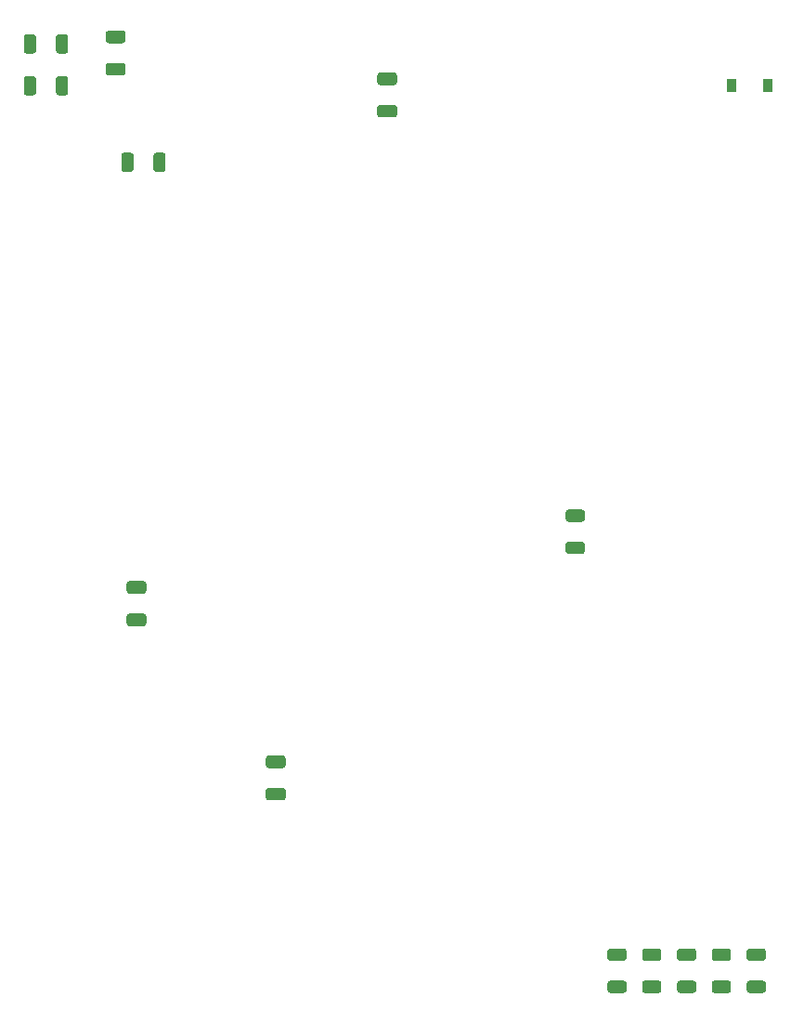
<source format=gbr>
%TF.GenerationSoftware,KiCad,Pcbnew,(5.1.9)-1*%
%TF.CreationDate,2021-10-24T18:26:44+08:00*%
%TF.ProjectId,XTA-35-TH,5854412d-3335-42d5-9448-2e6b69636164,rev?*%
%TF.SameCoordinates,Original*%
%TF.FileFunction,Paste,Top*%
%TF.FilePolarity,Positive*%
%FSLAX46Y46*%
G04 Gerber Fmt 4.6, Leading zero omitted, Abs format (unit mm)*
G04 Created by KiCad (PCBNEW (5.1.9)-1) date 2021-10-24 18:26:44*
%MOMM*%
%LPD*%
G01*
G04 APERTURE LIST*
%ADD10R,0.900000X1.200000*%
G04 APERTURE END LIST*
D10*
%TO.C,D1*%
X231520000Y-41910000D03*
X228220000Y-41910000D03*
%TD*%
%TO.C,C2*%
G36*
G01*
X196199999Y-43650000D02*
X197500001Y-43650000D01*
G75*
G02*
X197750000Y-43899999I0J-249999D01*
G01*
X197750000Y-44550001D01*
G75*
G02*
X197500001Y-44800000I-249999J0D01*
G01*
X196199999Y-44800000D01*
G75*
G02*
X195950000Y-44550001I0J249999D01*
G01*
X195950000Y-43899999D01*
G75*
G02*
X196199999Y-43650000I249999J0D01*
G01*
G37*
G36*
G01*
X196199999Y-40700000D02*
X197500001Y-40700000D01*
G75*
G02*
X197750000Y-40949999I0J-249999D01*
G01*
X197750000Y-41600001D01*
G75*
G02*
X197500001Y-41850000I-249999J0D01*
G01*
X196199999Y-41850000D01*
G75*
G02*
X195950000Y-41600001I0J249999D01*
G01*
X195950000Y-40949999D01*
G75*
G02*
X196199999Y-40700000I249999J0D01*
G01*
G37*
%TD*%
%TO.C,C1*%
G36*
G01*
X173339999Y-90005000D02*
X174640001Y-90005000D01*
G75*
G02*
X174890000Y-90254999I0J-249999D01*
G01*
X174890000Y-90905001D01*
G75*
G02*
X174640001Y-91155000I-249999J0D01*
G01*
X173339999Y-91155000D01*
G75*
G02*
X173090000Y-90905001I0J249999D01*
G01*
X173090000Y-90254999D01*
G75*
G02*
X173339999Y-90005000I249999J0D01*
G01*
G37*
G36*
G01*
X173339999Y-87055000D02*
X174640001Y-87055000D01*
G75*
G02*
X174890000Y-87304999I0J-249999D01*
G01*
X174890000Y-87955001D01*
G75*
G02*
X174640001Y-88205000I-249999J0D01*
G01*
X173339999Y-88205000D01*
G75*
G02*
X173090000Y-87955001I0J249999D01*
G01*
X173090000Y-87304999D01*
G75*
G02*
X173339999Y-87055000I249999J0D01*
G01*
G37*
%TD*%
%TO.C,C4*%
G36*
G01*
X186039999Y-105880000D02*
X187340001Y-105880000D01*
G75*
G02*
X187590000Y-106129999I0J-249999D01*
G01*
X187590000Y-106780001D01*
G75*
G02*
X187340001Y-107030000I-249999J0D01*
G01*
X186039999Y-107030000D01*
G75*
G02*
X185790000Y-106780001I0J249999D01*
G01*
X185790000Y-106129999D01*
G75*
G02*
X186039999Y-105880000I249999J0D01*
G01*
G37*
G36*
G01*
X186039999Y-102930000D02*
X187340001Y-102930000D01*
G75*
G02*
X187590000Y-103179999I0J-249999D01*
G01*
X187590000Y-103830001D01*
G75*
G02*
X187340001Y-104080000I-249999J0D01*
G01*
X186039999Y-104080000D01*
G75*
G02*
X185790000Y-103830001I0J249999D01*
G01*
X185790000Y-103179999D01*
G75*
G02*
X186039999Y-102930000I249999J0D01*
G01*
G37*
%TD*%
%TO.C,C3*%
G36*
G01*
X171434999Y-39840000D02*
X172735001Y-39840000D01*
G75*
G02*
X172985000Y-40089999I0J-249999D01*
G01*
X172985000Y-40740001D01*
G75*
G02*
X172735001Y-40990000I-249999J0D01*
G01*
X171434999Y-40990000D01*
G75*
G02*
X171185000Y-40740001I0J249999D01*
G01*
X171185000Y-40089999D01*
G75*
G02*
X171434999Y-39840000I249999J0D01*
G01*
G37*
G36*
G01*
X171434999Y-36890000D02*
X172735001Y-36890000D01*
G75*
G02*
X172985000Y-37139999I0J-249999D01*
G01*
X172985000Y-37790001D01*
G75*
G02*
X172735001Y-38040000I-249999J0D01*
G01*
X171434999Y-38040000D01*
G75*
G02*
X171185000Y-37790001I0J249999D01*
G01*
X171185000Y-37139999D01*
G75*
G02*
X171434999Y-36890000I249999J0D01*
G01*
G37*
%TD*%
%TO.C,R4*%
G36*
G01*
X173725000Y-48269999D02*
X173725000Y-49520001D01*
G75*
G02*
X173475001Y-49770000I-249999J0D01*
G01*
X172849999Y-49770000D01*
G75*
G02*
X172600000Y-49520001I0J249999D01*
G01*
X172600000Y-48269999D01*
G75*
G02*
X172849999Y-48020000I249999J0D01*
G01*
X173475001Y-48020000D01*
G75*
G02*
X173725000Y-48269999I0J-249999D01*
G01*
G37*
G36*
G01*
X176650000Y-48269999D02*
X176650000Y-49520001D01*
G75*
G02*
X176400001Y-49770000I-249999J0D01*
G01*
X175774999Y-49770000D01*
G75*
G02*
X175525000Y-49520001I0J249999D01*
G01*
X175525000Y-48269999D01*
G75*
G02*
X175774999Y-48020000I249999J0D01*
G01*
X176400001Y-48020000D01*
G75*
G02*
X176650000Y-48269999I0J-249999D01*
G01*
G37*
%TD*%
%TO.C,R3*%
G36*
G01*
X213369999Y-83450000D02*
X214620001Y-83450000D01*
G75*
G02*
X214870000Y-83699999I0J-249999D01*
G01*
X214870000Y-84325001D01*
G75*
G02*
X214620001Y-84575000I-249999J0D01*
G01*
X213369999Y-84575000D01*
G75*
G02*
X213120000Y-84325001I0J249999D01*
G01*
X213120000Y-83699999D01*
G75*
G02*
X213369999Y-83450000I249999J0D01*
G01*
G37*
G36*
G01*
X213369999Y-80525000D02*
X214620001Y-80525000D01*
G75*
G02*
X214870000Y-80774999I0J-249999D01*
G01*
X214870000Y-81400001D01*
G75*
G02*
X214620001Y-81650000I-249999J0D01*
G01*
X213369999Y-81650000D01*
G75*
G02*
X213120000Y-81400001I0J249999D01*
G01*
X213120000Y-80774999D01*
G75*
G02*
X213369999Y-80525000I249999J0D01*
G01*
G37*
%TD*%
%TO.C,R2*%
G36*
G01*
X164835000Y-37474999D02*
X164835000Y-38725001D01*
G75*
G02*
X164585001Y-38975000I-249999J0D01*
G01*
X163959999Y-38975000D01*
G75*
G02*
X163710000Y-38725001I0J249999D01*
G01*
X163710000Y-37474999D01*
G75*
G02*
X163959999Y-37225000I249999J0D01*
G01*
X164585001Y-37225000D01*
G75*
G02*
X164835000Y-37474999I0J-249999D01*
G01*
G37*
G36*
G01*
X167760000Y-37474999D02*
X167760000Y-38725001D01*
G75*
G02*
X167510001Y-38975000I-249999J0D01*
G01*
X166884999Y-38975000D01*
G75*
G02*
X166635000Y-38725001I0J249999D01*
G01*
X166635000Y-37474999D01*
G75*
G02*
X166884999Y-37225000I249999J0D01*
G01*
X167510001Y-37225000D01*
G75*
G02*
X167760000Y-37474999I0J-249999D01*
G01*
G37*
%TD*%
%TO.C,R1*%
G36*
G01*
X166635000Y-42535001D02*
X166635000Y-41284999D01*
G75*
G02*
X166884999Y-41035000I249999J0D01*
G01*
X167510001Y-41035000D01*
G75*
G02*
X167760000Y-41284999I0J-249999D01*
G01*
X167760000Y-42535001D01*
G75*
G02*
X167510001Y-42785000I-249999J0D01*
G01*
X166884999Y-42785000D01*
G75*
G02*
X166635000Y-42535001I0J249999D01*
G01*
G37*
G36*
G01*
X163710000Y-42535001D02*
X163710000Y-41284999D01*
G75*
G02*
X163959999Y-41035000I249999J0D01*
G01*
X164585001Y-41035000D01*
G75*
G02*
X164835000Y-41284999I0J-249999D01*
G01*
X164835000Y-42535001D01*
G75*
G02*
X164585001Y-42785000I-249999J0D01*
G01*
X163959999Y-42785000D01*
G75*
G02*
X163710000Y-42535001I0J249999D01*
G01*
G37*
%TD*%
%TO.C,R9*%
G36*
G01*
X229879999Y-123455000D02*
X231130001Y-123455000D01*
G75*
G02*
X231380000Y-123704999I0J-249999D01*
G01*
X231380000Y-124330001D01*
G75*
G02*
X231130001Y-124580000I-249999J0D01*
G01*
X229879999Y-124580000D01*
G75*
G02*
X229630000Y-124330001I0J249999D01*
G01*
X229630000Y-123704999D01*
G75*
G02*
X229879999Y-123455000I249999J0D01*
G01*
G37*
G36*
G01*
X229879999Y-120530000D02*
X231130001Y-120530000D01*
G75*
G02*
X231380000Y-120779999I0J-249999D01*
G01*
X231380000Y-121405001D01*
G75*
G02*
X231130001Y-121655000I-249999J0D01*
G01*
X229879999Y-121655000D01*
G75*
G02*
X229630000Y-121405001I0J249999D01*
G01*
X229630000Y-120779999D01*
G75*
G02*
X229879999Y-120530000I249999J0D01*
G01*
G37*
%TD*%
%TO.C,R5*%
G36*
G01*
X217179999Y-123455000D02*
X218430001Y-123455000D01*
G75*
G02*
X218680000Y-123704999I0J-249999D01*
G01*
X218680000Y-124330001D01*
G75*
G02*
X218430001Y-124580000I-249999J0D01*
G01*
X217179999Y-124580000D01*
G75*
G02*
X216930000Y-124330001I0J249999D01*
G01*
X216930000Y-123704999D01*
G75*
G02*
X217179999Y-123455000I249999J0D01*
G01*
G37*
G36*
G01*
X217179999Y-120530000D02*
X218430001Y-120530000D01*
G75*
G02*
X218680000Y-120779999I0J-249999D01*
G01*
X218680000Y-121405001D01*
G75*
G02*
X218430001Y-121655000I-249999J0D01*
G01*
X217179999Y-121655000D01*
G75*
G02*
X216930000Y-121405001I0J249999D01*
G01*
X216930000Y-120779999D01*
G75*
G02*
X217179999Y-120530000I249999J0D01*
G01*
G37*
%TD*%
%TO.C,R7*%
G36*
G01*
X223529999Y-123455000D02*
X224780001Y-123455000D01*
G75*
G02*
X225030000Y-123704999I0J-249999D01*
G01*
X225030000Y-124330001D01*
G75*
G02*
X224780001Y-124580000I-249999J0D01*
G01*
X223529999Y-124580000D01*
G75*
G02*
X223280000Y-124330001I0J249999D01*
G01*
X223280000Y-123704999D01*
G75*
G02*
X223529999Y-123455000I249999J0D01*
G01*
G37*
G36*
G01*
X223529999Y-120530000D02*
X224780001Y-120530000D01*
G75*
G02*
X225030000Y-120779999I0J-249999D01*
G01*
X225030000Y-121405001D01*
G75*
G02*
X224780001Y-121655000I-249999J0D01*
G01*
X223529999Y-121655000D01*
G75*
G02*
X223280000Y-121405001I0J249999D01*
G01*
X223280000Y-120779999D01*
G75*
G02*
X223529999Y-120530000I249999J0D01*
G01*
G37*
%TD*%
%TO.C,R6*%
G36*
G01*
X220354999Y-123455000D02*
X221605001Y-123455000D01*
G75*
G02*
X221855000Y-123704999I0J-249999D01*
G01*
X221855000Y-124330001D01*
G75*
G02*
X221605001Y-124580000I-249999J0D01*
G01*
X220354999Y-124580000D01*
G75*
G02*
X220105000Y-124330001I0J249999D01*
G01*
X220105000Y-123704999D01*
G75*
G02*
X220354999Y-123455000I249999J0D01*
G01*
G37*
G36*
G01*
X220354999Y-120530000D02*
X221605001Y-120530000D01*
G75*
G02*
X221855000Y-120779999I0J-249999D01*
G01*
X221855000Y-121405001D01*
G75*
G02*
X221605001Y-121655000I-249999J0D01*
G01*
X220354999Y-121655000D01*
G75*
G02*
X220105000Y-121405001I0J249999D01*
G01*
X220105000Y-120779999D01*
G75*
G02*
X220354999Y-120530000I249999J0D01*
G01*
G37*
%TD*%
%TO.C,R8*%
G36*
G01*
X226704999Y-123455000D02*
X227955001Y-123455000D01*
G75*
G02*
X228205000Y-123704999I0J-249999D01*
G01*
X228205000Y-124330001D01*
G75*
G02*
X227955001Y-124580000I-249999J0D01*
G01*
X226704999Y-124580000D01*
G75*
G02*
X226455000Y-124330001I0J249999D01*
G01*
X226455000Y-123704999D01*
G75*
G02*
X226704999Y-123455000I249999J0D01*
G01*
G37*
G36*
G01*
X226704999Y-120530000D02*
X227955001Y-120530000D01*
G75*
G02*
X228205000Y-120779999I0J-249999D01*
G01*
X228205000Y-121405001D01*
G75*
G02*
X227955001Y-121655000I-249999J0D01*
G01*
X226704999Y-121655000D01*
G75*
G02*
X226455000Y-121405001I0J249999D01*
G01*
X226455000Y-120779999D01*
G75*
G02*
X226704999Y-120530000I249999J0D01*
G01*
G37*
%TD*%
M02*

</source>
